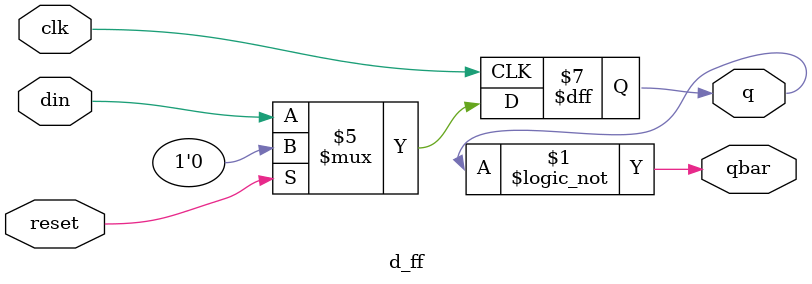
<source format=v>
module d_ff ( din,clk,reset,q,qbar );
    
    input din,reset,clk;
    output reg q;
    output qbar;

    assign qbar=!q;

    always @(posedge clk) begin
        if (!reset) 
        q<=din;
        else q<=1'b0;
    end
endmodule
</source>
